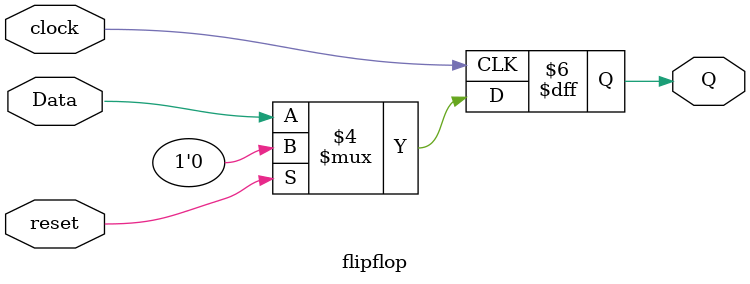
<source format=v>
`timescale 1ns / 1ns 
module Rotating_Register(SW,KEY,LEDR);
input [9:0]SW;
input [3:0]KEY;
output [7:0]LEDR;

wire parallelLoadn,RotateRight,LSRight,reset,clock;
wire [7:0]DATA_IN;
wire [7:0]Q;

assign DATA_IN[7:0]=SW[7:0];
assign parallelLoadn=KEY[1];
assign RotateRight=KEY[2];
assign LSRight=KEY[3];
assign reset=SW[9];
assign clock=KEY[0];

rotating_register R1(.parallelLoadn(parallelLoadn),.RotateRight(RotateRight),.LSRight(LSRight),
                     .DATA_IN(DATA_IN),.reset(reset),.clock(clock),.Q(Q));
//
assign LEDR[7:0]=Q[7:0];
endmodule

//main module
module rotating_register(parallelLoadn,RotateRight,LSRight,DATA_IN,reset,clock,Q);
input parallelLoadn,RotateRight,LSRight,reset,clock;
input [7:0]DATA_IN;
output [7:0]Q;
wire [7:0]q;
assign q[7:0]=Q[7:0];
//Q7
Q7 q7(.parallelLoadn(parallelLoadn),.RotateRight(RotateRight),.DATA_IN(DATA_IN[7]),
      .LSRight(LSRight),.R(q[6]),.L(q[0]),.clock(clock),.reset(reset),.Q(Q[7]));
//Q6
QQ q6(.parallelLoadn(parallelLoadn),.RotateRight(RotateRight),.clock(clock),.reset(reset),
    .DATA_IN(DATA_IN[6]),.R(q[5]),.L(q[7]),.Q(Q[6]));
//Q5
QQ q5(.parallelLoadn(parallelLoadn),.RotateRight(RotateRight),.clock(clock),.reset(reset),
    .DATA_IN(DATA_IN[5]),.R(q[4]),.L(q[6]),.Q(Q[5]));
//Q4
QQ q4(.parallelLoadn(parallelLoadn),.RotateRight(RotateRight),.clock(clock),.reset(reset),
    .DATA_IN(DATA_IN[4]),.R(q[3]),.L(q[5]),.Q(Q[4]));
//Q3
QQ q3(.parallelLoadn(parallelLoadn),.RotateRight(RotateRight),.clock(clock),.reset(reset),
    .DATA_IN(DATA_IN[3]),.R(q[2]),.L(q[4]),.Q(Q[3]));
//Q2
QQ q2(.parallelLoadn(parallelLoadn),.RotateRight(RotateRight),.clock(clock),.reset(reset),
    .DATA_IN(DATA_IN[2]),.R(q[1]),.L(q[3]),.Q(Q[2]));
//Q1
QQ q1(.parallelLoadn(parallelLoadn),.RotateRight(RotateRight),.clock(clock),.reset(reset),
    .DATA_IN(DATA_IN[1]),.R(q[0]),.L(q[2]),.Q(Q[1]));
//Q0
QQ q0(.parallelLoadn(parallelLoadn),.RotateRight(RotateRight),.clock(clock),.reset(reset),
    .DATA_IN(DATA_IN[0]),.R(q[7]),.L(q[1]),.Q(Q[0]));
//end
endmodule


//module Q7
module Q7(parallelLoadn,RotateRight,DATA_IN,LSRight,R,L,clock,reset,Q);
input parallelLoadn,RotateRight,DATA_IN,R,L,clock,reset,LSRight;
output Q;

reg Data;
always @(*)
begin
if(parallelLoadn==0)
  Data=DATA_IN;
else
  begin
  if (RotateRight==0)
  Data=R;
  else
  begin
    if (LSRight==0)
     Data=L;
	 else
	  Data=0;
  end
  end
end
//pass data into flipflop
flipflop F0(.Data(Data),.Q(Q),.clock(clock),.reset(reset));

endmodule


//other module QQ
module QQ(parallelLoadn,RotateRight,DATA_IN,R,L,clock,reset,Q);
input parallelLoadn,RotateRight,DATA_IN,R,L,clock,reset;
output Q;
wire Data;
mux M0(.loadn(parallelLoadn),.DATA_IN(DATA_IN),.Loadleft(RotateRight),.R(R),.L(L),.Data(Data));
flipflop F0(.Data(Data),.Q(Q),.clock(clock),.reset(reset));
endmodule


//mux module
module mux(loadn,DATA_IN,Loadleft,R,L,Data);
input loadn,DATA_IN,Loadleft,R,L;
output Data;

reg Data;
always @(*)
begin
if(loadn==0)
  Data=DATA_IN;
else
  if (Loadleft==0)
  Data=R;
  else
  Data=L;
 
end
endmodule
//

//flip flop module
module flipflop(Data,Q,clock,reset);
input Data,clock,reset;
output Q;

reg Q;
always@(posedge clock)
begin
if(reset==1)
Q<=0;
else
Q<=Data;
end
endmodule

</source>
